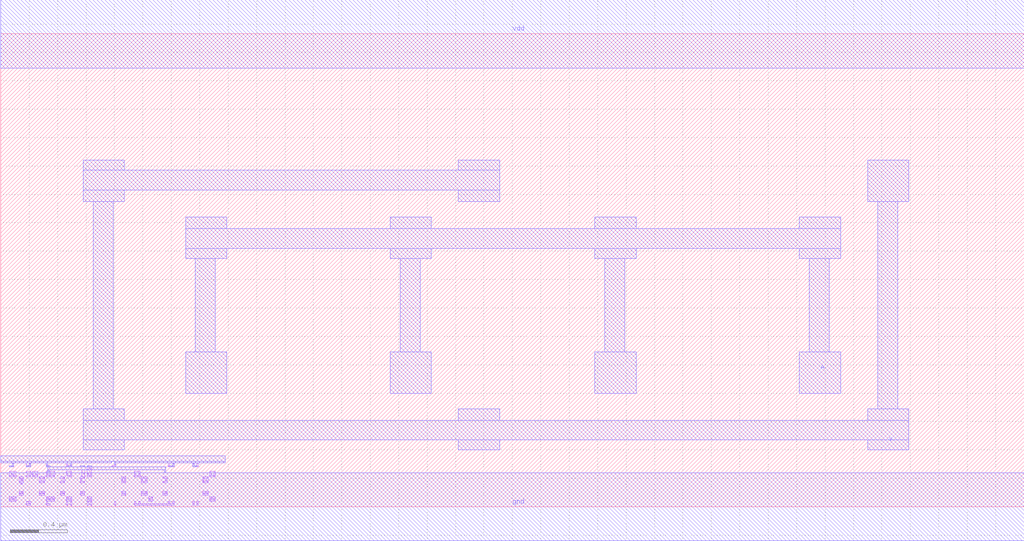
<source format=lef>
VERSION 5.7 ;
  NOWIREEXTENSIONATPIN ON ;
  DIVIDERCHAR "/" ;
  BUSBITCHARS "[]" ;
MACRO INVX8
  CLASS CORE ;
  FOREIGN INVX8 ;
  ORIGIN 0.000 0.000 ;
  SIZE 7.200 BY 3.330 ;
  SYMMETRY X Y R90 ;
  SITE unit ;
  PIN vdd
    DIRECTION INOUT ;
    USE POWER ;
    SHAPE ABUTMENT ;
    PORT
      LAYER met1 ;
        RECT 0.000 3.090 7.200 3.570 ;
    END
  END vdd
  PIN gnd
    DIRECTION INOUT ;
    USE GROUND ;
    SHAPE ABUTMENT ;
    PORT
      LAYER met1 ;
        RECT 0.000 0.320 1.580 0.360 ;
        RECT 0.000 0.310 0.780 0.320 ;
        RECT 0.800 0.310 1.580 0.320 ;
        RECT 0.080 0.290 0.090 0.310 ;
        RECT 0.200 0.290 0.210 0.310 ;
        RECT 0.060 0.280 0.090 0.290 ;
        RECT 0.180 0.280 0.210 0.290 ;
        RECT 0.320 0.290 0.330 0.310 ;
        RECT 0.490 0.290 0.500 0.310 ;
        RECT 0.800 0.300 0.810 0.310 ;
        RECT 1.210 0.290 1.220 0.310 ;
        RECT 0.320 0.280 0.350 0.290 ;
        RECT 0.470 0.280 0.500 0.290 ;
        RECT 0.560 0.280 0.590 0.290 ;
        RECT 0.610 0.280 0.640 0.290 ;
        RECT 1.190 0.280 1.220 0.290 ;
        RECT 1.350 0.290 1.360 0.310 ;
        RECT 1.350 0.280 1.380 0.290 ;
        RECT 0.330 0.260 1.160 0.280 ;
        RECT 0.330 0.240 0.340 0.260 ;
        RECT 1.150 0.240 1.160 0.260 ;
        RECT 0.000 -0.240 7.200 0.240 ;
    END
  END gnd
  PIN Y
    DIRECTION INOUT ;
    USE SIGNAL ;
    SHAPE ABUTMENT ;
    PORT
      LAYER met1 ;
        RECT 0.580 2.370 0.870 2.440 ;
        RECT 3.220 2.370 3.510 2.440 ;
        RECT 0.580 2.230 3.510 2.370 ;
        RECT 0.580 2.150 0.870 2.230 ;
        RECT 3.220 2.150 3.510 2.230 ;
        RECT 6.100 2.150 6.390 2.440 ;
        RECT 0.650 0.690 0.790 2.150 ;
        RECT 6.170 0.690 6.310 2.150 ;
        RECT 0.580 0.610 0.870 0.690 ;
        RECT 3.220 0.610 3.510 0.690 ;
        RECT 6.100 0.610 6.390 0.690 ;
        RECT 0.580 0.470 6.390 0.610 ;
        RECT 0.580 0.400 0.870 0.470 ;
        RECT 3.220 0.400 3.510 0.470 ;
        RECT 6.100 0.400 6.390 0.470 ;
    END
  END Y
  PIN A
    DIRECTION INOUT ;
    USE SIGNAL ;
    SHAPE ABUTMENT ;
    PORT
      LAYER met1 ;
        RECT 1.300 1.960 1.590 2.040 ;
        RECT 2.740 1.960 3.030 2.040 ;
        RECT 4.180 1.960 4.470 2.040 ;
        RECT 5.620 1.960 5.910 2.040 ;
        RECT 1.300 1.820 5.910 1.960 ;
        RECT 1.300 1.750 1.590 1.820 ;
        RECT 2.740 1.750 3.030 1.820 ;
        RECT 4.180 1.750 4.470 1.820 ;
        RECT 5.620 1.750 5.910 1.820 ;
        RECT 1.370 1.090 1.510 1.750 ;
        RECT 2.810 1.090 2.950 1.750 ;
        RECT 4.250 1.090 4.390 1.750 ;
        RECT 5.690 1.090 5.830 1.750 ;
        RECT 1.300 0.800 1.590 1.090 ;
        RECT 2.740 0.800 3.030 1.090 ;
        RECT 4.180 0.800 4.470 1.090 ;
        RECT 5.620 0.800 5.910 1.090 ;
    END
  END A
  OBS
      LAYER li1 ;
        RECT 0.080 0.290 0.090 0.310 ;
        RECT 0.060 0.280 0.090 0.290 ;
      LAYER li1 ;
        RECT 0.180 0.290 0.200 0.310 ;
      LAYER li1 ;
        RECT 0.200 0.290 0.210 0.310 ;
        RECT 0.180 0.280 0.210 0.290 ;
        RECT 0.320 0.290 0.330 0.310 ;
        RECT 0.460 0.290 0.470 0.310 ;
        RECT 0.490 0.290 0.500 0.310 ;
        RECT 0.800 0.290 0.810 0.310 ;
        RECT 0.320 0.280 0.350 0.290 ;
        RECT 0.460 0.280 0.500 0.290 ;
        RECT 0.610 0.280 0.640 0.290 ;
        RECT 0.780 0.280 0.810 0.290 ;
        RECT 1.180 0.290 1.190 0.310 ;
        RECT 1.210 0.290 1.220 0.310 ;
        RECT 1.180 0.280 1.220 0.290 ;
        RECT 1.350 0.290 1.360 0.310 ;
        RECT 1.380 0.290 1.390 0.310 ;
        RECT 1.350 0.280 1.390 0.290 ;
        RECT 0.610 0.260 0.620 0.280 ;
        RECT 0.630 0.260 0.640 0.280 ;
        RECT 0.060 0.240 0.110 0.250 ;
        RECT 0.180 0.240 0.210 0.250 ;
      LAYER li1 ;
        RECT 0.060 0.220 0.080 0.240 ;
      LAYER li1 ;
        RECT 0.080 0.220 0.090 0.240 ;
        RECT 0.200 0.220 0.210 0.240 ;
        RECT 0.060 0.210 0.110 0.220 ;
        RECT 0.180 0.210 0.210 0.220 ;
        RECT 0.220 0.240 0.260 0.250 ;
        RECT 0.220 0.220 0.230 0.240 ;
        RECT 0.250 0.220 0.260 0.240 ;
        RECT 0.220 0.210 0.260 0.220 ;
        RECT 0.320 0.240 0.380 0.250 ;
        RECT 0.320 0.220 0.330 0.240 ;
        RECT 0.340 0.220 0.350 0.240 ;
        RECT 0.370 0.220 0.380 0.240 ;
        RECT 0.460 0.240 0.500 0.250 ;
        RECT 0.460 0.220 0.470 0.240 ;
        RECT 0.490 0.220 0.500 0.240 ;
        RECT 0.320 0.210 0.380 0.220 ;
        RECT 0.470 0.210 0.500 0.220 ;
        RECT 0.570 0.210 0.590 0.260 ;
        RECT 0.610 0.240 0.640 0.260 ;
        RECT 0.610 0.220 0.620 0.240 ;
        RECT 0.630 0.220 0.640 0.240 ;
        RECT 0.610 0.210 0.640 0.220 ;
        RECT 0.940 0.240 0.980 0.250 ;
        RECT 0.940 0.220 0.950 0.240 ;
        RECT 0.970 0.220 0.980 0.240 ;
        RECT 0.940 0.210 0.980 0.220 ;
        RECT 1.470 0.240 1.510 0.250 ;
        RECT 1.470 0.220 1.480 0.240 ;
        RECT 1.500 0.220 1.510 0.240 ;
        RECT 1.470 0.210 1.510 0.220 ;
        RECT 0.130 0.200 0.160 0.210 ;
        RECT 0.130 0.180 0.140 0.200 ;
      LAYER li1 ;
        RECT 0.140 0.180 0.150 0.200 ;
      LAYER li1 ;
        RECT 0.150 0.180 0.160 0.200 ;
        RECT 0.130 0.170 0.160 0.180 ;
        RECT 0.270 0.200 0.310 0.210 ;
        RECT 0.420 0.200 0.450 0.210 ;
        RECT 0.270 0.180 0.280 0.200 ;
        RECT 0.300 0.180 0.310 0.200 ;
        RECT 0.440 0.180 0.450 0.200 ;
        RECT 0.270 0.170 0.310 0.180 ;
        RECT 0.420 0.170 0.450 0.180 ;
        RECT 0.560 0.200 0.590 0.210 ;
        RECT 0.850 0.200 0.880 0.210 ;
        RECT 0.560 0.180 0.570 0.200 ;
        RECT 0.850 0.180 0.860 0.200 ;
        RECT 0.870 0.180 0.880 0.200 ;
        RECT 0.560 0.170 0.590 0.180 ;
        RECT 0.850 0.170 0.880 0.180 ;
        RECT 0.990 0.200 1.030 0.210 ;
        RECT 1.140 0.200 1.170 0.210 ;
        RECT 0.990 0.180 1.000 0.200 ;
        RECT 1.020 0.180 1.030 0.200 ;
        RECT 1.160 0.180 1.170 0.200 ;
        RECT 0.990 0.170 1.030 0.180 ;
        RECT 1.140 0.170 1.170 0.180 ;
        RECT 1.420 0.200 1.460 0.210 ;
        RECT 1.420 0.180 1.430 0.200 ;
        RECT 1.450 0.180 1.460 0.200 ;
        RECT 1.420 0.170 1.460 0.180 ;
        RECT 0.140 0.160 0.150 0.170 ;
        RECT 0.130 0.100 0.160 0.110 ;
        RECT 0.130 0.090 0.140 0.100 ;
      LAYER li1 ;
        RECT 0.140 0.090 0.150 0.100 ;
      LAYER li1 ;
        RECT 0.150 0.090 0.160 0.100 ;
        RECT 0.130 0.080 0.160 0.090 ;
        RECT 0.270 0.100 0.310 0.110 ;
        RECT 0.420 0.100 0.450 0.110 ;
        RECT 0.270 0.090 0.280 0.100 ;
        RECT 0.300 0.090 0.310 0.100 ;
        RECT 0.440 0.090 0.450 0.100 ;
        RECT 0.270 0.080 0.310 0.090 ;
        RECT 0.420 0.080 0.450 0.090 ;
        RECT 0.560 0.100 0.590 0.110 ;
        RECT 0.850 0.100 0.880 0.110 ;
        RECT 0.560 0.090 0.570 0.100 ;
        RECT 0.850 0.090 0.860 0.100 ;
        RECT 0.870 0.090 0.880 0.100 ;
        RECT 0.560 0.080 0.590 0.090 ;
        RECT 0.850 0.080 0.880 0.090 ;
        RECT 0.990 0.100 1.030 0.110 ;
        RECT 1.140 0.100 1.170 0.110 ;
        RECT 0.990 0.090 1.000 0.100 ;
        RECT 1.020 0.090 1.030 0.100 ;
        RECT 1.160 0.090 1.170 0.100 ;
        RECT 0.990 0.080 1.030 0.090 ;
        RECT 1.140 0.080 1.170 0.090 ;
        RECT 1.420 0.100 1.460 0.110 ;
        RECT 1.420 0.090 1.430 0.100 ;
        RECT 1.450 0.090 1.460 0.100 ;
        RECT 1.420 0.080 1.460 0.090 ;
        RECT 0.060 0.060 0.110 0.070 ;
        RECT 0.320 0.060 0.380 0.070 ;
      LAYER li1 ;
        RECT 0.060 0.050 0.080 0.060 ;
      LAYER li1 ;
        RECT 0.080 0.050 0.090 0.060 ;
        RECT 0.320 0.050 0.330 0.060 ;
        RECT 0.340 0.050 0.350 0.060 ;
        RECT 0.370 0.050 0.380 0.060 ;
        RECT 0.060 0.040 0.110 0.050 ;
        RECT 0.320 0.040 0.380 0.050 ;
        RECT 0.460 0.060 0.500 0.070 ;
        RECT 0.460 0.050 0.470 0.060 ;
        RECT 0.490 0.050 0.500 0.060 ;
        RECT 0.460 0.040 0.500 0.050 ;
      LAYER li1 ;
        RECT 0.180 0.020 0.200 0.040 ;
      LAYER li1 ;
        RECT 0.200 0.020 0.210 0.040 ;
        RECT 0.180 0.010 0.210 0.020 ;
        RECT 0.320 0.020 0.330 0.040 ;
        RECT 0.320 0.010 0.350 0.020 ;
        RECT 0.460 0.010 0.470 0.040 ;
        RECT 0.490 0.010 0.500 0.040 ;
        RECT 0.610 0.060 0.640 0.070 ;
        RECT 0.610 0.050 0.620 0.060 ;
        RECT 0.630 0.050 0.640 0.060 ;
        RECT 0.610 0.040 0.640 0.050 ;
        RECT 1.040 0.060 1.070 0.070 ;
        RECT 1.470 0.060 1.510 0.070 ;
        RECT 1.040 0.050 1.050 0.060 ;
        RECT 1.470 0.050 1.480 0.060 ;
        RECT 1.500 0.050 1.510 0.060 ;
        RECT 1.040 0.040 1.070 0.050 ;
        RECT 1.470 0.040 1.510 0.050 ;
        RECT 0.610 0.010 0.620 0.040 ;
        RECT 0.630 0.010 0.640 0.040 ;
        RECT 0.800 0.010 0.810 0.040 ;
        RECT 0.940 0.020 0.950 0.040 ;
        RECT 0.970 0.020 0.980 0.040 ;
        RECT 1.180 0.020 1.190 0.040 ;
        RECT 1.210 0.020 1.220 0.040 ;
        RECT 0.940 0.010 1.220 0.020 ;
        RECT 1.350 0.010 1.360 0.040 ;
        RECT 1.380 0.010 1.390 0.040 ;
  END
END INVX8
END LIBRARY


</source>
